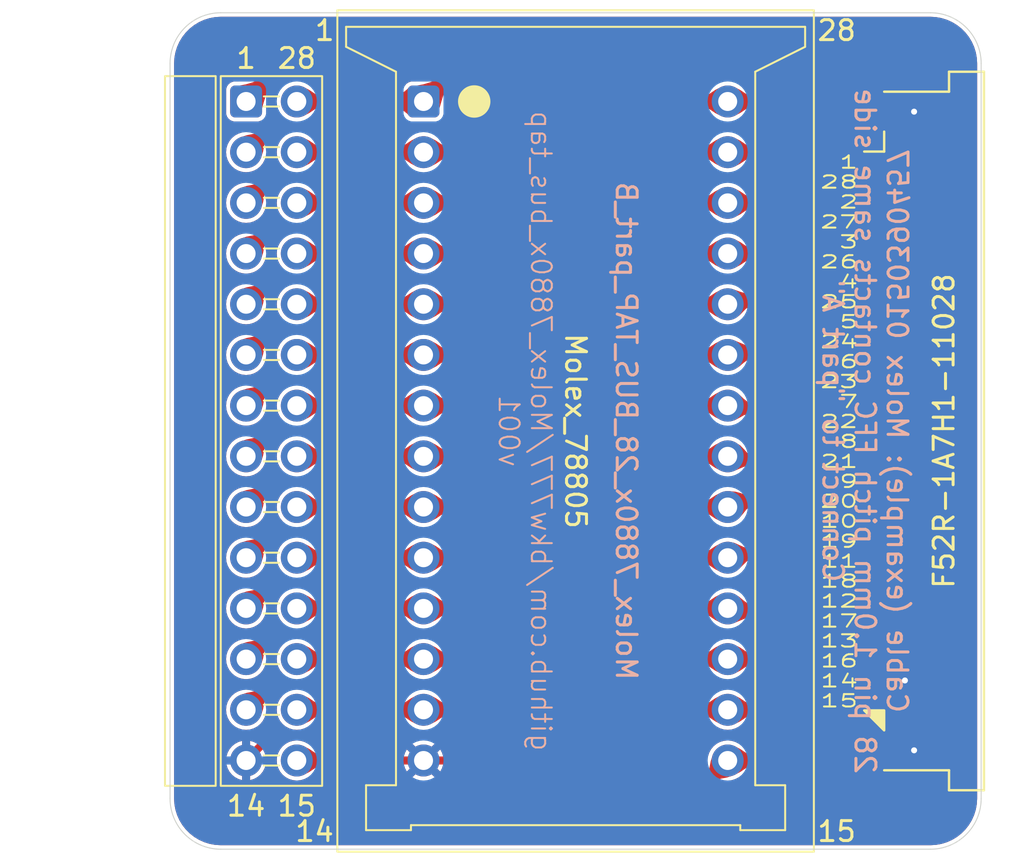
<source format=kicad_pcb>
(kicad_pcb (version 20240108) (generator "pcbnew") (generator_version "8.0")
  (title_block (title "Molex_7880x_28_BUS_TAP_part_B") (date "2024-07-30") (rev "001") (company "Brian K. White - b.kenyon.w@gmail.com") (comment 1 "CC-BY-SA") (comment 2 "github.com/bkw777/Molex_7880x_bus_tap"))
  (layers (0 "F.Cu" signal) (31 "B.Cu" signal) (34 "B.Paste" user) (35 "F.Paste" user) (36 "B.SilkS" user "B.Silkscreen") (37 "F.SilkS" user "F.Silkscreen") (38 "B.Mask" user) (39 "F.Mask" user) (44 "Edge.Cuts" user))
  (net 0 "")
  (net 1 "/22")
  (net 2 "/13")
  (net 3 "/4")
  (net 4 "GND")
  (net 5 "/21")
  (net 6 "/28")
  (net 7 "/17")
  (net 8 "/9")
  (net 9 "/2")
  (net 10 "/26")
  (net 11 "/11")
  (net 12 "/15")
  (net 13 "/27")
  (net 14 "/25")
  (net 15 "/18")
  (net 16 "/3")
  (net 17 "/6")
  (net 18 "/16")
  (net 19 "/1")
  (net 20 "/7")
  (net 21 "/24")
  (net 22 "/23")
  (net 23 "/19")
  (net 24 "/10")
  (net 25 "/5")
  (net 26 "/20")
  (net 27 "/8")
  (net 28 "/12")
  (footprint "000_LOCAL:Molex_78805" (layer "F.Cu") (at 142.38 95.555)
    (property "Reference" "J2" (hide yes))
    (property "Value" "Molex_78805" (at 0 0 -90) (layer "F.SilkS"))
    (fp_line (start -11.5 -20.25) (end -11.5 -19.250001) (stroke (width 0.1)) (layer "F.SilkS"))
    (fp_line (start -11.5 -20.25) (end 11.5 -20.25) (stroke (width 0.1)) (layer "F.SilkS"))
    (fp_line (start -11.5 -19.250001) (end -9 -18) (stroke (width 0.1)) (layer "F.SilkS"))
    (fp_line (start -10.5 17.75) (end -10.5 20) (stroke (width 0.1)) (layer "F.SilkS"))
    (fp_line (start -10.5 20) (end -8.25 20.000001) (stroke (width 0.1)) (layer "F.SilkS"))
    (fp_line (start -9 -18) (end -9 17.749999) (stroke (width 0.1)) (layer "F.SilkS"))
    (fp_line (start -9 17.749999) (end -10.5 17.75) (stroke (width 0.1)) (layer "F.SilkS"))
    (fp_line (start -8.25 19.75) (end 8.25 19.75) (stroke (width 0.1)) (layer "F.SilkS"))
    (fp_line (start -8.25 20.000001) (end -8.25 19.75) (stroke (width 0.1)) (layer "F.SilkS"))
    (fp_line (start 8.25 19.75) (end 8.25 20.000001) (stroke (width 0.1)) (layer "F.SilkS"))
    (fp_line (start 8.25 20.000001) (end 10.5 20) (stroke (width 0.1)) (layer "F.SilkS"))
    (fp_line (start 9 -18) (end 11.5 -19.250001) (stroke (width 0.1)) (layer "F.SilkS"))
    (fp_line (start 9 17.749999) (end 9 -18) (stroke (width 0.1)) (layer "F.SilkS"))
    (fp_line (start 10.5 17.75) (end 9 17.749999) (stroke (width 0.1)) (layer "F.SilkS"))
    (fp_line (start 10.5 20) (end 10.5 17.75) (stroke (width 0.1)) (layer "F.SilkS"))
    (fp_line (start 11.5 -20.25) (end 11.5 -19.250001) (stroke (width 0.1)) (layer "F.SilkS"))
    (fp_circle (center -5.079999 -16.51) (end -4.318 -16.51) (stroke (width 0.1)) (fill solid) (layer "F.SilkS"))
    (fp_poly (pts (xy -11.938 -21.082) (xy -11.938 21.082) (xy 11.938 21.082) (xy 11.938 -21.082)) (stroke (width 0.1)) (fill none) (layer "F.SilkS"))
    (pad "1" thru_hole roundrect (at -7.62 -16.51) (size 1.6 1.6) (drill 0.95) (layers "*.Cu" "*.Mask") (roundrect_rratio 0.15625) (net 19 "/1"))
    (pad "2" thru_hole circle (at -7.62 -13.97) (size 1.6 1.6) (drill 0.95) (layers "*.Cu" "*.Mask") (net 9 "/2"))
    (pad "3" thru_hole circle (at -7.62 -11.43) (size 1.6 1.6) (drill 0.95) (layers "*.Cu" "*.Mask") (net 16 "/3"))
    (pad "4" thru_hole circle (at -7.62 -8.89) (size 1.6 1.6) (drill 0.95) (layers "*.Cu" "*.Mask") (net 3 "/4"))
    (pad "5" thru_hole circle (at -7.62 -6.35) (size 1.6 1.6) (drill 0.95) (layers "*.Cu" "*.Mask") (net 25 "/5"))
    (pad "6" thru_hole circle (at -7.62 -3.81) (size 1.6 1.6) (drill 0.95) (layers "*.Cu" "*.Mask") (net 17 "/6"))
    (pad "7" thru_hole circle (at -7.62 -1.27) (size 1.6 1.6) (drill 0.95) (layers "*.Cu" "*.Mask") (net 20 "/7"))
    (pad "8" thru_hole circle (at -7.62 1.27) (size 1.6 1.6) (drill 0.95) (layers "*.Cu" "*.Mask") (net 27 "/8"))
    (pad "9" thru_hole circle (at -7.62 3.81) (size 1.6 1.6) (drill 0.95) (layers "*.Cu" "*.Mask") (net 8 "/9"))
    (pad "10" thru_hole circle (at -7.62 6.35) (size 1.6 1.6) (drill 0.95) (layers "*.Cu" "*.Mask") (net 24 "/10"))
    (pad "11" thru_hole circle (at -7.62 8.89) (size 1.6 1.6) (drill 0.95) (layers "*.Cu" "*.Mask") (net 11 "/11"))
    (pad "12" thru_hole circle (at -7.62 11.43) (size 1.6 1.6) (drill 0.95) (layers "*.Cu" "*.Mask") (net 28 "/12"))
    (pad "13" thru_hole circle (at -7.62 13.97) (size 1.6 1.6) (drill 0.95) (layers "*.Cu" "*.Mask") (net 2 "/13"))
    (pad "14" thru_hole circle (at -7.62 16.51) (size 1.6 1.6) (drill 0.95) (layers "*.Cu" "*.Mask") (net 4 "GND"))
    (pad "15" thru_hole circle (at 7.62 16.51) (size 1.6 1.6) (drill 0.95) (layers "*.Cu" "*.Mask") (net 12 "/15"))
    (pad "16" thru_hole circle (at 7.62 13.97) (size 1.6 1.6) (drill 0.95) (layers "*.Cu" "*.Mask") (net 18 "/16"))
    (pad "17" thru_hole circle (at 7.62 11.43) (size 1.6 1.6) (drill 0.95) (layers "*.Cu" "*.Mask") (net 7 "/17"))
    (pad "18" thru_hole circle (at 7.62 8.89) (size 1.6 1.6) (drill 0.95) (layers "*.Cu" "*.Mask") (net 15 "/18"))
    (pad "19" thru_hole circle (at 7.62 6.35) (size 1.6 1.6) (drill 0.95) (layers "*.Cu" "*.Mask") (net 23 "/19"))
    (pad "20" thru_hole circle (at 7.62 3.81) (size 1.6 1.6) (drill 0.95) (layers "*.Cu" "*.Mask") (net 26 "/20"))
    (pad "21" thru_hole circle (at 7.62 1.27) (size 1.6 1.6) (drill 0.95) (layers "*.Cu" "*.Mask") (net 5 "/21"))
    (pad "22" thru_hole circle (at 7.62 -1.27) (size 1.6 1.6) (drill 0.95) (layers "*.Cu" "*.Mask") (net 1 "/22"))
    (pad "23" thru_hole circle (at 7.62 -3.81) (size 1.6 1.6) (drill 0.95) (layers "*.Cu" "*.Mask") (net 22 "/23"))
    (pad "24" thru_hole circle (at 7.62 -6.35) (size 1.6 1.6) (drill 0.95) (layers "*.Cu" "*.Mask") (net 21 "/24"))
    (pad "25" thru_hole circle (at 7.62 -8.89) (size 1.6 1.6) (drill 0.95) (layers "*.Cu" "*.Mask") (net 14 "/25"))
    (pad "26" thru_hole circle (at 7.62 -11.43) (size 1.6 1.6) (drill 0.95) (layers "*.Cu" "*.Mask") (net 10 "/26"))
    (pad "27" thru_hole circle (at 7.62 -13.97) (size 1.6 1.6) (drill 0.95) (layers "*.Cu" "*.Mask") (net 13 "/27"))
    (pad "28" thru_hole circle (at 7.62 -16.51) (size 1.6 1.6) (drill 0.95) (layers "*.Cu" "*.Mask") (net 6 "/28"))
  )
  (footprint "000_LOCAL:F52R-1A7H1-11028" (layer "F.Cu") (at 158.340001 95.555 90)
    (property "Reference" "J1" (hide yes))
    (property "Value" "F52R-1A7H1-11028" (at 0 2.5 90) (layer "F.SilkS"))
    (fp_line (start 14 -1.5) (end 14 -0.5) (stroke (width 0.12)) (layer "F.SilkS"))
    (fp_line (start 17 -0.5) (end 17 2.75) (stroke (width 0.12)) (layer "F.SilkS"))
    (fp_line (start 15 -0.5) (end 14 -0.5) (stroke (width 0.12)) (layer "F.SilkS"))
    (fp_line (start -17 -0.5) (end -17 2.75) (stroke (width 0.12)) (layer "F.SilkS"))
    (fp_line (start 18 2.75) (end 18 4.5) (stroke (width 0.12)) (layer "F.SilkS"))
    (fp_line (start 17 2.75) (end 18 2.75) (stroke (width 0.12)) (layer "F.SilkS"))
    (fp_line (start -18 2.75) (end -17 2.75) (stroke (width 0.12)) (layer "F.SilkS"))
    (fp_line (start -18 2.75) (end -18 4.5) (stroke (width 0.12)) (layer "F.SilkS"))
    (fp_line (start -18 4.5) (end 18 4.5) (stroke (width 0.12)) (layer "F.SilkS"))
    (fp_poly (pts (xy -15 -0.5) (xy -14 -0.5) (xy -14 -1.5)) (stroke (width 0.12)) (fill solid) (layer "F.SilkS"))
    (pad "1" smd roundrect (at -13.5 -0.91 90) (size 0.4 1) (layers "F.Cu" "F.Paste" "F.Mask") (net 12 "/15"))
    (pad "2" smd roundrect (at -12.5 -0.91 90) (size 0.4 1) (layers "F.Cu" "F.Paste" "F.Mask") (net 4 "GND"))
    (pad "3" smd roundrect (at -11.5 -0.91 90) (size 0.4 1) (layers "F.Cu" "F.Paste" "F.Mask") (net 18 "/16"))
    (pad "4" smd roundrect (at -10.5 -0.91 90) (size 0.4 1) (layers "F.Cu" "F.Paste" "F.Mask") (net 2 "/13"))
    (pad "5" smd roundrect (at -9.5 -0.91 90) (size 0.4 1) (layers "F.Cu" "F.Paste" "F.Mask") (net 7 "/17"))
    (pad "6" smd roundrect (at -8.5 -0.91 90) (size 0.4 1) (layers "F.Cu" "F.Paste" "F.Mask") (net 28 "/12"))
    (pad "7" smd roundrect (at -7.5 -0.91 90) (size 0.4 1) (layers "F.Cu" "F.Paste" "F.Mask") (net 15 "/18"))
    (pad "8" smd roundrect (at -6.5 -0.91 90) (size 0.4 1) (layers "F.Cu" "F.Paste" "F.Mask") (net 11 "/11"))
    (pad "9" smd roundrect (at -5.5 -0.91 90) (size 0.4 1) (layers "F.Cu" "F.Paste" "F.Mask") (net 23 "/19"))
    (pad "10" smd roundrect (at -4.5 -0.91 90) (size 0.4 1) (layers "F.Cu" "F.Paste" "F.Mask") (net 24 "/10"))
    (pad "11" smd roundrect (at -3.5 -0.91 90) (size 0.4 1) (layers "F.Cu" "F.Paste" "F.Mask") (net 26 "/20"))
    (pad "12" smd roundrect (at -2.5 -0.91 90) (size 0.4 1) (layers "F.Cu" "F.Paste" "F.Mask") (net 8 "/9"))
    (pad "13" smd roundrect (at -1.5 -0.91 90) (size 0.4 1) (layers "F.Cu" "F.Paste" "F.Mask") (net 5 "/21"))
    (pad "14" smd roundrect (at -0.5 -0.91 90) (size 0.4 1) (layers "F.Cu" "F.Paste" "F.Mask") (net 27 "/8"))
    (pad "15" smd roundrect (at 0.5 -0.91 90) (size 0.4 1) (layers "F.Cu" "F.Paste" "F.Mask") (net 1 "/22"))
    (pad "16" smd roundrect (at 1.5 -0.91 90) (size 0.4 1) (layers "F.Cu" "F.Paste" "F.Mask") (net 20 "/7"))
    (pad "17" smd roundrect (at 2.5 -0.91 90) (size 0.4 1) (layers "F.Cu" "F.Paste" "F.Mask") (net 22 "/23"))
    (pad "18" smd roundrect (at 3.5 -0.91 90) (size 0.4 1) (layers "F.Cu" "F.Paste" "F.Mask") (net 17 "/6"))
    (pad "19" smd roundrect (at 4.5 -0.91 90) (size 0.4 1) (layers "F.Cu" "F.Paste" "F.Mask") (net 21 "/24"))
    (pad "20" smd roundrect (at 5.5 -0.91 90) (size 0.4 1) (layers "F.Cu" "F.Paste" "F.Mask") (net 25 "/5"))
    (pad "21" smd roundrect (at 6.5 -0.91 90) (size 0.4 1) (layers "F.Cu" "F.Paste" "F.Mask") (net 14 "/25"))
    (pad "22" smd roundrect (at 7.5 -0.91 90) (size 0.4 1) (layers "F.Cu" "F.Paste" "F.Mask") (net 3 "/4"))
    (pad "23" smd roundrect (at 8.5 -0.91 90) (size 0.4 1) (layers "F.Cu" "F.Paste" "F.Mask") (net 10 "/26"))
    (pad "24" smd roundrect (at 9.5 -0.91 90) (size 0.4 1) (layers "F.Cu" "F.Paste" "F.Mask") (net 16 "/3"))
    (pad "25" smd roundrect (at 10.5 -0.91 90) (size 0.4 1) (layers "F.Cu" "F.Paste" "F.Mask") (net 13 "/27"))
    (pad "26" smd roundrect (at 11.5 -0.91 90) (size 0.4 1) (layers "F.Cu" "F.Paste" "F.Mask") (net 9 "/2"))
    (pad "27" smd roundrect (at 12.5 -0.91 90) (size 0.4 1) (layers "F.Cu" "F.Paste" "F.Mask") (net 6 "/28"))
    (pad "28" smd roundrect (at 13.5 -0.91 90) (size 0.4 1) (layers "F.Cu" "F.Paste" "F.Mask") (net 19 "/1"))
    (pad "MP" smd roundrect (at -16 1 90) (size 1.75 3.5) (layers "F.Cu" "F.Paste" "F.Mask") (roundrect_rratio 0.1470588235) (net 4 "GND"))
    (pad "MP" smd roundrect (at 16 1 90) (size 1.75 3.5) (layers "F.Cu" "F.Paste" "F.Mask") (roundrect_rratio 0.1470588235) (net 4 "GND"))
  )
  (footprint "000_LOCAL:PinHeader_2x14_P2.54mm_LH" (layer "F.Cu") (at 125.870001 79.045001)
    (property "Reference" "J3" (hide yes))
    (property "Value" "2x14_2.54mm_male_pins_horizontal")
    (fp_line (start 0.888999 5.334) (end 1.651 5.334) (stroke (width 0.1)) (layer "F.SilkS"))
    (fp_line (start 0.888999 7.366) (end 1.651 7.366) (stroke (width 0.1)) (layer "F.SilkS"))
    (fp_line (start 0.888999 15.494) (end 1.651 15.494) (stroke (width 0.1)) (layer "F.SilkS"))
    (fp_line (start 0.888999 17.526) (end 1.651 17.526) (stroke (width 0.1)) (layer "F.SilkS"))
    (fp_line (start 0.888999 30.226) (end 1.651 30.226) (stroke (width 0.1)) (layer "F.SilkS"))
    (fp_line (start 0.889 -0.254) (end 1.651 -0.254) (stroke (width 0.1)) (layer "F.SilkS"))
    (fp_line (start 0.889 0.254) (end 1.651 0.254) (stroke (width 0.1)) (layer "F.SilkS"))
    (fp_line (start 0.889 2.286) (end 1.651 2.286) (stroke (width 0.1)) (layer "F.SilkS"))
    (fp_line (start 0.889 2.794) (end 1.651 2.794) (stroke (width 0.1)) (layer "F.SilkS"))
    (fp_line (start 0.889 4.826) (end 1.651 4.826) (stroke (width 0.1)) (layer "F.SilkS"))
    (fp_line (start 0.889 7.874) (end 1.651 7.874) (stroke (width 0.1)) (layer "F.SilkS"))
    (fp_line (start 0.889 9.906) (end 1.651 9.906) (stroke (width 0.1)) (layer "F.SilkS"))
    (fp_line (start 0.889 10.414) (end 1.651 10.414) (stroke (width 0.1)) (layer "F.SilkS"))
    (fp_line (start 0.889 12.446) (end 1.651 12.446) (stroke (width 0.1)) (layer "F.SilkS"))
    (fp_line (start 0.889 12.954) (end 1.651 12.954) (stroke (width 0.1)) (layer "F.SilkS"))
    (fp_line (start 0.889 14.986) (end 1.651 14.986) (stroke (width 0.1)) (layer "F.SilkS"))
    (fp_line (start 0.889 18.034) (end 1.651 18.034) (stroke (width 0.1)) (layer "F.SilkS"))
    (fp_line (start 0.889 20.066) (end 1.651 20.066) (stroke (width 0.1)) (layer "F.SilkS"))
    (fp_line (start 0.889 20.574) (end 1.651 20.574) (stroke (width 0.1)) (layer "F.SilkS"))
    (fp_line (start 0.889 22.606) (end 1.651 22.606) (stroke (width 0.1)) (layer "F.SilkS"))
    (fp_line (start 0.889 23.114) (end 1.651 23.114) (stroke (width 0.1)) (layer "F.SilkS"))
    (fp_line (start 0.889 25.146) (end 1.651 25.146) (stroke (width 0.1)) (layer "F.SilkS"))
    (fp_line (start 0.889 25.653999) (end 1.651 25.654) (stroke (width 0.1)) (layer "F.SilkS"))
    (fp_line (start 0.889 27.686) (end 1.651 27.686) (stroke (width 0.1)) (layer "F.SilkS"))
    (fp_line (start 0.889 28.194001) (end 1.651 28.194) (stroke (width 0.1)) (layer "F.SilkS"))
    (fp_line (start 0.889 30.734) (end 1.651 30.734) (stroke (width 0.1)) (layer "F.SilkS"))
    (fp_line (start 0.889 32.766) (end 1.651 32.766) (stroke (width 0.1)) (layer "F.SilkS"))
    (fp_line (start 0.889 33.274) (end 1.651 33.274) (stroke (width 0.1)) (layer "F.SilkS"))
    (fp_poly (pts (xy -4.064 -1.270001) (xy -4.063999 34.29) (xy -1.524 34.29) (xy -1.524 -1.27)) (stroke (width 0.1)) (fill none) (layer "F.SilkS"))
    (fp_poly (pts (xy -1.27 -1.27) (xy -1.27 34.29) (xy 3.81 34.29) (xy 3.81 -1.27)) (stroke (width 0.1)) (fill none) (layer "F.SilkS"))
    (pad "1" thru_hole roundrect (at 0 0) (size 1.6 1.6) (drill 0.95) (layers "*.Cu" "*.Mask") (roundrect_rratio 0.15625) (net 19 "/1"))
    (pad "2" thru_hole oval (at 2.54 0) (size 1.6 1.6) (drill 0.95) (layers "*.Cu" "*.Mask") (net 6 "/28"))
    (pad "3" thru_hole oval (at 0 2.54) (size 1.6 1.6) (drill 0.95) (layers "*.Cu" "*.Mask") (net 9 "/2"))
    (pad "4" thru_hole oval (at 2.54 2.54) (size 1.6 1.6) (drill 0.95) (layers "*.Cu" "*.Mask") (net 13 "/27"))
    (pad "5" thru_hole oval (at 0 5.079999) (size 1.6 1.6) (drill 0.95) (layers "*.Cu" "*.Mask") (net 16 "/3"))
    (pad "6" thru_hole oval (at 2.54 5.08) (size 1.6 1.6) (drill 0.95) (layers "*.Cu" "*.Mask") (net 10 "/26"))
    (pad "7" thru_hole oval (at 0 7.62) (size 1.6 1.6) (drill 0.95) (layers "*.Cu" "*.Mask") (net 3 "/4"))
    (pad "8" thru_hole oval (at 2.54 7.62) (size 1.6 1.6) (drill 0.95) (layers "*.Cu" "*.Mask") (net 14 "/25"))
    (pad "9" thru_hole oval (at 0 10.16) (size 1.6 1.6) (drill 0.95) (layers "*.Cu" "*.Mask") (net 25 "/5"))
    (pad "10" thru_hole oval (at 2.54 10.16) (size 1.6 1.6) (drill 0.95) (layers "*.Cu" "*.Mask") (net 21 "/24"))
    (pad "11" thru_hole oval (at 0 12.7) (size 1.6 1.6) (drill 0.95) (layers "*.Cu" "*.Mask") (net 17 "/6"))
    (pad "12" thru_hole oval (at 2.54 12.7) (size 1.6 1.6) (drill 0.95) (layers "*.Cu" "*.Mask") (net 22 "/23"))
    (pad "13" thru_hole oval (at 0 15.24) (size 1.6 1.6) (drill 0.95) (layers "*.Cu" "*.Mask") (net 20 "/7"))
    (pad "14" thru_hole oval (at 2.54 15.24) (size 1.6 1.6) (drill 0.95) (layers "*.Cu" "*.Mask") (net 1 "/22"))
    (pad "15" thru_hole oval (at 0 17.780001) (size 1.6 1.6) (drill 0.95) (layers "*.Cu" "*.Mask") (net 27 "/8"))
    (pad "16" thru_hole oval (at 2.54 17.78) (size 1.6 1.6) (drill 0.95) (layers "*.Cu" "*.Mask") (net 5 "/21"))
    (pad "17" thru_hole oval (at 0 20.32) (size 1.6 1.6) (drill 0.95) (layers "*.Cu" "*.Mask") (net 8 "/9"))
    (pad "18" thru_hole oval (at 2.54 20.32) (size 1.6 1.6) (drill 0.95) (layers "*.Cu" "*.Mask") (net 26 "/20"))
    (pad "19" thru_hole oval (at 0 22.86) (size 1.6 1.6) (drill 0.95) (layers "*.Cu" "*.Mask") (net 24 "/10"))
    (pad "20" thru_hole oval (at 2.54 22.86) (size 1.6 1.6) (drill 0.95) (layers "*.Cu" "*.Mask") (net 23 "/19"))
    (pad "21" thru_hole oval (at 0 25.4) (size 1.6 1.6) (drill 0.95) (layers "*.Cu" "*.Mask") (net 11 "/11"))
    (pad "22" thru_hole oval (at 2.54 25.4) (size 1.6 1.6) (drill 0.95) (layers "*.Cu" "*.Mask") (net 15 "/18"))
    (pad "23" thru_hole oval (at 0 27.939999) (size 1.6 1.6) (drill 0.95) (layers "*.Cu" "*.Mask") (net 28 "/12"))
    (pad "24" thru_hole oval (at 2.54 27.94) (size 1.6 1.6) (drill 0.95) (layers "*.Cu" "*.Mask") (net 7 "/17"))
    (pad "25" thru_hole oval (at 0 30.48) (size 1.6 1.6) (drill 0.95) (layers "*.Cu" "*.Mask") (net 2 "/13"))
    (pad "26" thru_hole oval (at 2.54 30.48) (size 1.6 1.6) (drill 0.95) (layers "*.Cu" "*.Mask") (net 18 "/16"))
    (pad "27" thru_hole oval (at 0 33.02) (size 1.6 1.6) (drill 0.95) (layers "*.Cu" "*.Mask") (net 4 "GND"))
    (pad "28" thru_hole oval (at 2.54 33.02) (size 1.6 1.6) (drill 0.95) (layers "*.Cu" "*.Mask") (net 12 "/15"))
  )
  (gr_line (start 162.700001 77.140002) (end 162.700001 113.970001) (stroke (width 0.05)) (layer "Edge.Cuts"))
  (gr_line (start 124.6 74.6) (end 160.160001 74.6) (stroke (width 0.05)) (layer "Edge.Cuts"))
  (gr_line (start 160.160001 116.510001) (end 124.600001 116.510001) (stroke (width 0.05)) (layer "Edge.Cuts"))
  (gr_arc (start 162.700001 113.970001) (mid 161.956052 115.766053) (end 160.160001 116.510001) (stroke (width 0.05)) (layer "Edge.Cuts"))
  (gr_arc (start 160.160001 74.6) (mid 161.956053 75.343949) (end 162.700001 77.140002) (stroke (width 0.05)) (layer "Edge.Cuts"))
  (gr_arc (start 124.600001 116.510001) (mid 122.803949 115.766053) (end 122.060001 113.970001) (stroke (width 0.05)) (layer "Edge.Cuts"))
  (gr_line (start 122.060001 113.970001) (end 122.060001 77.140002) (stroke (width 0.05)) (layer "Edge.Cuts"))
  (gr_arc (start 122.060001 77.140002) (mid 122.803949 75.34395) (end 124.6 74.6) (stroke (width 0.05)) (layer "Edge.Cuts"))
  (gr_text "${TITLE}" (at 144.920001 95.555 -90) (layer "B.SilkS") (effects (font (size 1 1)) (justify mirror)))
  (gr_text "${COMMENT2}\nv${REVISION}" (at 139.840001 95.555 270) (layer "B.SilkS") (effects (font (size 1 1) (thickness 0.1)) (justify mirror)))
  (gr_text "Cable (example): Molex 0150390457\n28 pin 1.0mm pitch FFC contacts same side\nConnect to {dblquote}part A{dblquote}" (at 156.88 95.555 270) (layer "B.SilkS") (effects (font (size 1 1)) (justify mirror)))
  (gr_text "1" (at 125.870001 76.886002 0) (layer "F.SilkS") (effects (font (size 1 1))))
  (gr_text "1\n28\n2\n27\n3\n26\n4\n25\n5\n24\n6\n23\n7\n22\n8\n21\n9\n20\n10\n19\n11\n18\n12\n17\n13\n16\n14\n15" (at 156.605 95.580002 0) (layer "F.SilkS") (effects (font (size 0.621 1) (thickness 0.1)) (justify right)))
  (gr_text "14" (at 129.299001 115.621002 0) (layer "F.SilkS") (effects (font (size 1 1))))
  (gr_text "15" (at 155.461001 115.621002 0) (layer "F.SilkS") (effects (font (size 1 1))))
  (gr_text "28" (at 128.410001 76.886 0) (layer "F.SilkS") (effects (font (size 1 1))))
  (gr_text "14" (at 125.870001 114.351001 0) (layer "F.SilkS") (effects (font (size 1 1))))
  (gr_text "15" (at 128.410001 114.351002 0) (layer "F.SilkS") (effects (font (size 1 1))))
  (gr_text "1" (at 129.807 75.489001 0) (layer "F.SilkS") (effects (font (size 1 1))))
  (gr_text "28" (at 155.461001 75.489001 0) (layer "F.SilkS") (effects (font (size 1 1))))
  (segment (start 151.270001 94.539) (end 150.254001 94.539002) (width 0.4) (layer "F.Cu") (net 1))
  (segment (start 141.617999 95.555001) (end 132.220001 95.555001) (width 0.4) (layer "F.Cu") (net 1))
  (segment (start 142.887999 94.285001) (end 141.617999 95.555001) (width 0.4) (layer "F.Cu") (net 1))
  (segment (start 151.786001 95.054999) (end 151.270001 94.539) (width 0.4) (layer "F.Cu") (net 1))
  (segment (start 130.95 94.285001) (end 128.410001 94.285001) (width 0.4) (layer "F.Cu") (net 1))
  (segment (start 150.000002 94.285001) (end 142.887999 94.285001) (width 0.4) (layer "F.Cu") (net 1))
  (segment (start 157.430002 95.055002) (end 151.786001 95.054999) (width 0.4) (layer "F.Cu") (net 1))
  (segment (start 132.220001 95.555001) (end 130.95 94.285001) (width 0.4) (layer "F.Cu") (net 1))
  (segment (start 150.254001 94.539002) (end 150.000002 94.285001) (width 0.4) (layer "F.Cu") (net 1))
  (segment (start 134.76 109.525) (end 134.760001 109.525001) (width 0.4) (layer "F.Cu") (net 2))
  (segment (start 127.140002 108.255002) (end 130.95 108.255002) (width 0.4) (layer "F.Cu") (net 2))
  (segment (start 145.682 109.525001) (end 146.951998 108.255003) (width 0.4) (layer "F.Cu") (net 2))
  (segment (start 146.951998 108.255003) (end 151.778001 108.255003) (width 0.4) (layer "F.Cu") (net 2))
  (segment (start 130.95 108.255002) (end 132.220002 109.525001) (width 0.4) (layer "F.Cu") (net 2))
  (segment (start 151.778001 108.255003) (end 153.978 106.054999) (width 0.4) (layer "F.Cu") (net 2))
  (segment (start 132.220002 109.525001) (end 134.759999 109.525001) (width 0.4) (layer "F.Cu") (net 2))
  (segment (start 134.759999 109.525001) (end 134.76 109.525) (width 0.4) (layer "F.Cu") (net 2))
  (segment (start 153.978 106.054999) (end 157.430001 106.055001) (width 0.4) (layer "F.Cu") (net 2))
  (segment (start 125.870002 109.525001) (end 127.140002 108.255002) (width 0.4) (layer "F.Cu") (net 2))
  (segment (start 134.760001 109.525001) (end 145.682 109.525001) (width 0.4) (layer "F.Cu") (net 2))
  (segment (start 151.905001 85.395001) (end 154.565002 88.055002) (width 0.4) (layer "F.Cu") (net 3))
  (segment (start 134.760001 86.665001) (end 138.951 86.665001) (width 0.4) (layer "F.Cu") (net 3))
  (segment (start 134.76 86.665) (end 134.760001 86.665001) (width 0.4) (layer "F.Cu") (net 3))
  (segment (start 154.565002 88.055002) (end 157.430001 88.055001) (width 0.4) (layer "F.Cu") (net 3))
  (segment (start 132.220002 86.665001) (end 134.759999 86.665001) (width 0.4) (layer "F.Cu") (net 3))
  (segment (start 125.870002 86.665001) (end 127.140002 85.395002) (width 0.4) (layer "F.Cu") (net 3))
  (segment (start 127.140002 85.395002) (end 130.95 85.395002) (width 0.4) (layer "F.Cu") (net 3))
  (segment (start 138.951 86.665001) (end 140.221 85.395001) (width 0.4) (layer "F.Cu") (net 3))
  (segment (start 140.221 85.395001) (end 151.905001 85.395001) (width 0.4) (layer "F.Cu") (net 3))
  (segment (start 130.95 85.395002) (end 132.220002 86.665001) (width 0.4) (layer "F.Cu") (net 3))
  (segment (start 134.759999 86.665001) (end 134.76 86.665) (width 0.4) (layer "F.Cu") (net 3))
  (segment (start 154.772001 108.054999) (end 157.430002 108.055001) (width 0.4) (layer "F.Cu") (net 4))
  (segment (start 125.87 112.065) (end 127.140002 110.795001) (width 0.4) (layer "F.Cu") (net 4))
  (segment (start 130.95 110.795001) (end 132.220002 112.065) (width 0.4) (layer "F.Cu") (net 4))
  (segment (start 147.714 110.795001) (end 152.032002 110.795001) (width 0.4) (layer "F.Cu") (net 4))
  (segment (start 146.444001 112.065) (end 147.714 110.795001) (width 0.4) (layer "F.Cu") (net 4))
  (segment (start 152.032002 110.795001) (end 154.772001 108.054999) (width 0.4) (layer "F.Cu") (net 4))
  (segment (start 132.220002 112.065) (end 134.76 112.065) (width 0.4) (layer "F.Cu") (net 4))
  (segment (start 127.140002 110.795001) (end 130.95 110.795001) (width 0.4) (layer "F.Cu") (net 4))
  (segment (start 146.444001 112.065) (end 134.76 112.065) (width 0.4) (layer "F.Cu") (net 4))
  (via (at 159.340001 79.555002) (size 0.5) (drill 0.3) (layers "F.Cu" "B.Cu") (net 4))
  (via (at 158.880003 108.055001) (size 0.5) (drill 0.3) (layers "F.Cu" "B.Cu") (net 4))
  (via (at 159.340001 111.555002) (size 0.5) (drill 0.3) (layers "F.Cu" "B.Cu") (net 4))
  (segment (start 157.430001 97.055001) (end 150.230001 97.055002) (width 0.4) (layer "F.Cu") (net 5))
  (segment (start 142.379999 98.095001) (end 132.220002 98.095001) (width 0.4) (layer "F.Cu") (net 5))
  (segment (start 150.000002 96.825002) (end 143.649998 96.825002) (width 0.4) (layer "F.Cu") (net 5))
  (segment (start 150.230001 97.055002) (end 150.000002 96.825002) (width 0.4) (layer "F.Cu") (net 5))
  (segment (start 130.950001 96.825001) (end 128.410001 96.825002) (width 0.4) (layer "F.Cu") (net 5))
  (segment (start 143.649998 96.825002) (end 142.379999 98.095001) (width 0.4) (layer "F.Cu") (net 5))
  (segment (start 132.220002 98.095001) (end 130.950001 96.825001) (width 0.4) (layer "F.Cu") (net 5))
  (segment (start 137.045998 80.315002) (end 132.220002 80.315002) (width 0.4) (layer "F.Cu") (net 6))
  (segment (start 157.430002 83.054999) (end 156.550002 83.055001) (width 0.4) (layer "F.Cu") (net 6))
  (segment (start 156.550002 83.055001) (end 152.54 79.045) (width 0.4) (layer "F.Cu") (net 6))
  (segment (start 132.220002 80.315002) (end 130.950001 79.045002) (width 0.4) (layer "F.Cu") (net 6))
  (segment (start 138.315998 79.045002) (end 137.045998 80.315002) (width 0.4) (layer "F.Cu") (net 6))
  (segment (start 150.000002 79.045002) (end 138.315998 79.045002) (width 0.4) (layer "F.Cu") (net 6))
  (segment (start 152.54 79.045) (end 150.000002 79.045002) (width 0.4) (layer "F.Cu") (net 6))
  (segment (start 130.950001 79.045002) (end 128.410001 79.045002) (width 0.4) (layer "F.Cu") (net 6))
  (segment (start 153.581001 105.055002) (end 151.651001 106.985002) (width 0.4) (layer "F.Cu") (net 7))
  (segment (start 132.220001 108.255001) (end 130.95 106.985) (width 0.4) (layer "F.Cu") (net 7))
  (segment (start 157.430001 105.055002) (end 153.581001 105.055002) (width 0.4) (layer "F.Cu") (net 7))
  (segment (start 145.300999 108.255001) (end 132.220001 108.255001) (width 0.4) (layer "F.Cu") (net 7))
  (segment (start 151.651001 106.985002) (end 150.000002 106.985) (width 0.4) (layer "F.Cu") (net 7))
  (segment (start 146.571 106.985) (end 145.300999 108.255001) (width 0.4) (layer "F.Cu") (net 7))
  (segment (start 150.000002 106.985) (end 146.571 106.985) (width 0.4) (layer "F.Cu") (net 7))
  (segment (start 130.95 106.985) (end 128.410001 106.985) (width 0.4) (layer "F.Cu") (net 7))
  (segment (start 157.430001 98.055001) (end 150.830001 98.055) (width 0.4) (layer "F.Cu") (net 8))
  (segment (start 127.140003 98.095001) (end 125.87 99.365001) (width 0.4) (layer "F.Cu") (net 8))
  (segment (start 142.760999 99.365001) (end 134.760001 99.365001) (width 0.4) (layer "F.Cu") (net 8))
  (segment (start 144.030999 98.095001) (end 142.760999 99.365001) (width 0.4) (layer "F.Cu") (net 8))
  (segment (start 130.950001 98.095) (end 127.140003 98.095001) (width 0.4) (layer "F.Cu") (net 8))
  (segment (start 132.220001 99.365) (end 130.950001 98.095) (width 0.4) (layer "F.Cu") (net 8))
  (segment (start 150.790001 98.095001) (end 144.030999 98.095001) (width 0.4) (layer "F.Cu") (net 8))
  (segment (start 150.830001 98.055) (end 150.790001 98.095001) (width 0.4) (layer "F.Cu") (net 8))
  (segment (start 134.760001 99.365001) (end 132.220001 99.365) (width 0.4) (layer "F.Cu") (net 8))
  (segment (start 132.220002 81.585001) (end 134.759999 81.585001) (width 0.4) (layer "F.Cu") (net 9))
  (segment (start 137.427 81.585001) (end 134.760001 81.585001) (width 0.4) (layer "F.Cu") (net 9))
  (segment (start 134.760001 81.585001) (end 134.76 81.585) (width 0.4) (layer "F.Cu") (net 9))
  (segment (start 127.140002 80.315002) (end 125.870002 81.585001) (width 0.4) (layer "F.Cu") (net 9))
  (segment (start 152.413001 80.315002) (end 138.696999 80.315002) (width 0.4) (layer "F.Cu") (net 9))
  (segment (start 156.153001 84.055002) (end 152.413001 80.315002) (width 0.4) (layer "F.Cu") (net 9))
  (segment (start 157.430001 84.055001) (end 156.153001 84.055002) (width 0.4) (layer "F.Cu") (net 9))
  (segment (start 134.759999 81.585001) (end 134.76 81.585) (width 0.4) (layer "F.Cu") (net 9))
  (segment (start 138.696999 80.315002) (end 137.427 81.585001) (width 0.4) (layer "F.Cu") (net 9))
  (segment (start 130.950001 80.315001) (end 127.140002 80.315002) (width 0.4) (layer "F.Cu") (net 9))
  (segment (start 132.220002 81.585001) (end 130.950001 80.315001) (width 0.4) (layer "F.Cu") (net 9))
  (segment (start 139.84 84.125) (end 138.569999 85.395001) (width 0.4) (layer "F.Cu") (net 10))
  (segment (start 139.84 84.125) (end 150 84.125) (width 0.4) (layer "F.Cu") (net 10))
  (segment (start 138.569999 85.395001) (end 132.220001 85.395001) (width 0.4) (layer "F.Cu") (net 10))
  (segment (start 130.95 84.125) (end 128.410001 84.125) (width 0.4) (layer "F.Cu") (net 10))
  (segment (start 132.220001 85.395001) (end 130.95 84.125) (width 0.4) (layer "F.Cu") (net 10))
  (segment (start 157.430002 87.055001) (end 154.962 87.055001) (width 0.4) (layer "F.Cu") (net 10))
  (segment (start 152.032002 84.125) (end 150 84.125) (width 0.4) (layer "F.Cu") (net 10))
  (segment (start 154.962 87.055001) (end 152.032002 84.125) (width 0.4) (layer "F.Cu") (net 10))
  (segment (start 125.870002 104.445001) (end 127.140002 103.175002) (width 0.4) (layer "F.Cu") (net 11))
  (segment (start 134.760001 104.445001) (end 144.284999 104.445001) (width 0.4) (layer "F.Cu") (net 11))
  (segment (start 145.554999 103.175001) (end 151.079501 103.175001) (width 0.4) (layer "F.Cu") (net 11))
  (segment (start 134.759999 104.445001) (end 134.76 104.445) (width 0.4) (layer "F.Cu") (net 11))
  (segment (start 152.199501 102.055001) (end 157.430001 102.055001) (width 0.4) (layer "F.Cu") (net 11))
  (segment (start 127.140002 103.175002) (end 130.950001 103.175001) (width 0.4) (layer "F.Cu") (net 11))
  (segment (start 134.76 104.445) (end 134.760001 104.445001) (width 0.4) (layer "F.Cu") (net 11))
  (segment (start 130.950001 103.175001) (end 132.220002 104.445001) (width 0.4) (layer "F.Cu") (net 11))
  (segment (start 144.284999 104.445001) (end 145.554999 103.175001) (width 0.4) (layer "F.Cu") (net 11))
  (segment (start 132.220002 104.445001) (end 134.759999 104.445001) (width 0.4) (layer "F.Cu") (net 11))
  (segment (start 151.079501 103.175001) (end 152.199501 102.055001) (width 0.4) (layer "F.Cu") (net 11))
  (segment (start 155.169001 109.055001) (end 152.159001 112.065) (width 0.4) (layer "F.Cu") (net 12))
  (segment (start 150 112.065) (end 148.729998 113.335002) (width 0.4) (layer "F.Cu") (net 12))
  (segment (start 152.159001 112.065) (end 150 112.065) (width 0.4) (layer "F.Cu") (net 12))
  (segment (start 132.220002 113.335002) (end 130.950001 112.065002) (width 0.4) (layer "F.Cu") (net 12))
  (segment (start 157.430001 109.055002) (end 155.169001 109.055001) (width 0.4) (layer "F.Cu") (net 12))
  (segment (start 130.950001 112.065002) (end 128.410001 112.065) (width 0.4) (layer "F.Cu") (net 12))
  (segment (start 148.729998 113.335002) (end 132.220002 113.335002) (width 0.4) (layer "F.Cu") (net 12))
  (segment (start 150.000001 81.585001) (end 150 81.585) (width 0.4) (layer "F.Cu") (net 13))
  (segment (start 139.077999 81.585001) (end 137.808 82.855) (width 0.4) (layer "F.Cu") (net 13))
  (segment (start 152.286001 81.585001) (end 150.000001 81.585001) (width 0.4) (layer "F.Cu") (net 13))
  (segment (start 155.756001 85.055001) (end 152.286001 81.585001) (width 0.4) (layer "F.Cu") (net 13))
  (segment (start 137.808 82.855) (end 132.220001 82.855) (width 0.4) (layer "F.Cu") (net 13))
  (segment (start 132.220001 82.855) (end 130.950001 81.585) (width 0.4) (layer "F.Cu") (net 13))
  (segment (start 149.999999 81.585001) (end 150 81.585) (width 0.4) (layer "F.Cu") (net 13))
  (segment (start 139.077999 81.585001) (end 149.999999 81.585001) (width 0.4) (layer "F.Cu") (net 13))
  (segment (start 130.950001 81.585) (end 128.410001 81.585001) (width 0.4) (layer "F.Cu") (net 13))
  (segment (start 157.430001 85.055) (end 155.756001 85.055001) (width 0.4) (layer "F.Cu") (net 13))
  (segment (start 154.168001 89.054998) (end 151.778001 86.665001) (width 0.4) (layer "F.Cu") (net 14))
  (segment (start 151.778001 86.665001) (end 151.778 86.665) (width 0.4) (layer "F.Cu") (net 14))
  (segment (start 130.950001 86.665001) (end 128.410001 86.664999) (width 0.4) (layer "F.Cu") (net 14))
  (segment (start 139.331999 87.935001) (end 132.220002 87.935001) (width 0.4) (layer "F.Cu") (net 14))
  (segment (start 157.430001 89.055) (end 154.168001 89.054998) (width 0.4) (layer "F.Cu") (net 14))
  (segment (start 132.220002 87.935001) (end 130.950001 86.665001) (width 0.4) (layer "F.Cu") (net 14))
  (segment (start 149.999999 86.665001) (end 150 86.665) (width 0.4) (layer "F.Cu") (net 14))
  (segment (start 140.601999 86.665001) (end 149.999999 86.665001) (width 0.4) (layer "F.Cu") (net 14))
  (segment (start 151.778 86.665) (end 150 86.665) (width 0.4) (layer "F.Cu") (net 14))
  (segment (start 140.601999 86.665001) (end 139.331999 87.935001) (width 0.4) (layer "F.Cu") (net 14))
  (segment (start 152.660001 103.055001) (end 151.270001 104.445001) (width 0.4) (layer "F.Cu") (net 15))
  (segment (start 151.270001 104.445001) (end 150.000001 104.445001) (width 0.4) (layer "F.Cu") (net 15))
  (segment (start 145.809 104.445001) (end 144.539001 105.715) (width 0.4) (layer "F.Cu") (net 15))
  (segment (start 132.220001 105.715) (end 130.95 104.445001) (width 0.4) (layer "F.Cu") (net 15))
  (segment (start 149.999999 104.445001) (end 150 104.445) (width 0.4) (layer "F.Cu") (net 15))
  (segment (start 150.000001 104.445001) (end 150 104.445) (width 0.4) (layer "F.Cu") (net 15))
  (segment (start 157.43 103.055001) (end 152.660001 103.055001) (width 0.4) (layer "F.Cu") (net 15))
  (segment (start 144.539001 105.715) (end 132.220001 105.715) (width 0.4) (layer "F.Cu") (net 15))
  (segment (start 130.95 104.445001) (end 128.410001 104.445001) (width 0.4) (layer "F.Cu") (net 15))
  (segment (start 145.809 104.445001) (end 149.999999 104.445001) (width 0.4) (layer "F.Cu") (net 15))
  (segment (start 134.760001 84.125) (end 132.220001 84.125002) (width 0.4) (layer "F.Cu") (net 16))
  (segment (start 155.359 86.055002) (end 152.159001 82.855001) (width 0.4) (layer "F.Cu") (net 16))
  (segment (start 130.950001 82.855002) (end 127.140002 82.855001) (width 0.4) (layer "F.Cu") (net 16))
  (segment (start 132.220001 84.125002) (end 130.950001 82.855002) (width 0.4) (layer "F.Cu") (net 16))
  (segment (start 157.430001 86.055002) (end 155.359 86.055002) (width 0.4) (layer "F.Cu") (net 16))
  (segment (start 138.189 84.125) (end 134.760001 84.125) (width 0.4) (layer "F.Cu") (net 16))
  (segment (start 152.159001 82.855001) (end 139.458999 82.855001) (width 0.4) (layer "F.Cu") (net 16))
  (segment (start 127.140002 82.855001) (end 125.870001 84.125002) (width 0.4) (layer "F.Cu") (net 16))
  (segment (start 139.458999 82.855001) (end 138.189 84.125) (width 0.4) (layer "F.Cu") (net 16))
  (segment (start 152.977002 92.055001) (end 157.430002 92.055001) (width 0.4) (layer "F.Cu") (net 17))
  (segment (start 134.760001 91.745002) (end 140.474998 91.745002) (width 0.4) (layer "F.Cu") (net 17))
  (segment (start 130.950001 90.475001) (end 132.220001 91.745001) (width 0.4) (layer "F.Cu") (net 17))
  (segment (start 132.220001 91.745001) (end 134.760001 91.745002) (width 0.4) (layer "F.Cu") (net 17))
  (segment (start 141.744998 90.475002) (end 151.397001 90.475002) (width 0.4) (layer "F.Cu") (net 17))
  (segment (start 151.397001 90.475002) (end 152.977002 92.055001) (width 0.4) (layer "F.Cu") (net 17))
  (segment (start 125.870001 91.745001) (end 127.140001 90.475001) (width 0.4) (layer "F.Cu") (net 17))
  (segment (start 127.140001 90.475001) (end 130.950001 90.475001) (width 0.4) (layer "F.Cu") (net 17))
  (segment (start 140.474998 91.745002) (end 141.744998 90.475002) (width 0.4) (layer "F.Cu") (net 17))
  (segment (start 147.333 109.525001) (end 146.063 110.795001) (width 0.4) (layer "F.Cu") (net 18))
  (segment (start 154.375001 107.055) (end 151.905002 109.525001) (width 0.4) (layer "F.Cu") (net 18))
  (segment (start 147.333 109.525001) (end 149.999999 109.525001) (width 0.4) (layer "F.Cu") (net 18))
  (segment (start 146.063 110.795001) (end 132.220002 110.795001) (width 0.4) (layer "F.Cu") (net 18))
  (segment (start 150.000001 109.525001) (end 150 109.525) (width 0.4) (layer "F.Cu") (net 18))
  (segment (start 149.999999 109.525001) (end 150 109.525) (width 0.4) (layer "F.Cu") (net 18))
  (segment (start 151.905002 109.525001) (end 150.000001 109.525001) (width 0.4) (layer "F.Cu") (net 18))
  (segment (start 132.220002 110.795001) (end 130.950001 109.525001) (width 0.4) (layer "F.Cu") (net 18))
  (segment (start 157.430001 107.055001) (end 154.375001 107.055) (width 0.4) (layer "F.Cu") (net 18))
  (segment (start 130.950001 109.525001) (end 128.410001 109.524999) (width 0.4) (layer "F.Cu") (net 18))
  (segment (start 125.870001 79.045001) (end 127.140002 77.775) (width 0.4) (layer "F.Cu") (net 19))
  (segment (start 132.220001 79.045001) (end 134.760001 79.045002) (width 0.4) (layer "F.Cu") (net 19))
  (segment (start 134.760001 79.045002) (end 134.760001 79.044999) (width 0.4) (layer "F.Cu") (net 19))
  (segment (start 156.947 82.055) (end 157.430001 82.055002) (width 0.4) (layer "F.Cu") (net 19))
  (segment (start 134.760001 79.044999) (end 136.03 77.775) (width 0.4) (layer "F.Cu") (net 19))
  (segment (start 130.95 77.775) (end 132.220001 79.045001) (width 0.4) (layer "F.Cu") (net 19))
  (segment (start 152.667 77.775) (end 156.947 82.055) (width 0.4) (layer "F.Cu") (net 19))
  (segment (start 136.03 77.775) (end 152.667 77.775) (width 0.4) (layer "F.Cu") (net 19))
  (segment (start 127.140002 77.775) (end 130.95 77.775) (width 0.4) (layer "F.Cu") (net 19))
  (segment (start 141.237 94.285001) (end 142.507 93.015001) (width 0.4) (layer "F.Cu") (net 20))
  (segment (start 127.140002 93.015001) (end 130.95 93.015001) (width 0.4) (layer "F.Cu") (net 20))
  (segment (start 134.759999 94.285001) (end 134.76 94.285) (width 0.4) (layer "F.Cu") (net 20))
  (segment (start 134.760001 94.285001) (end 141.237 94.285001) (width 0.4) (layer "F.Cu") (net 20))
  (segment (start 151.143001 93.015001) (end 152.183001 94.055001) (width 0.4) (layer "F.Cu") (net 20))
  (segment (start 132.220002 94.285001) (end 134.759999 94.285001) (width 0.4) (layer "F.Cu") (net 20))
  (segment (start 134.76 94.285) (end 134.760001 94.285001) (width 0.4) (layer "F.Cu") (net 20))
  (segment (start 125.870001 94.285002) (end 127.140002 93.015001) (width 0.4) (layer "F.Cu") (net 20))
  (segment (start 152.183001 94.055001) (end 157.430001 94.055) (width 0.4) (layer "F.Cu") (net 20))
  (segment (start 142.507 93.015001) (end 151.143001 93.015001) (width 0.4) (layer "F.Cu") (net 20))
  (segment (start 130.95 93.015001) (end 132.220002 94.285001) (width 0.4) (layer "F.Cu") (net 20))
  (segment (start 140.094 90.475002) (end 132.220002 90.475002) (width 0.4) (layer "F.Cu") (net 21))
  (segment (start 157.430001 91.055002) (end 153.374001 91.055002) (width 0.4) (layer "F.Cu") (net 21))
  (segment (start 153.374001 91.055002) (end 151.524001 89.205002) (width 0.4) (layer "F.Cu") (net 21))
  (segment (start 151.524001 89.205002) (end 150.000003 89.205) (width 0.4) (layer "F.Cu") (net 21))
  (segment (start 150.000003 89.205) (end 141.364002 89.205) (width 0.4) (layer "F.Cu") (net 21))
  (segment (start 132.220002 90.475002) (end 130.950001 89.205002) (width 0.4) (layer "F.Cu") (net 21))
  (segment (start 130.950001 89.205002) (end 128.410001 89.205) (width 0.4) (layer "F.Cu") (net 21))
  (segment (start 141.364002 89.205) (end 140.094 90.475002) (width 0.4) (layer "F.Cu") (net 21))
  (segment (start 142.125999 91.745002) (end 140.856 93.015001) (width 0.4) (layer "F.Cu") (net 22))
  (segment (start 151.270001 91.745002) (end 150.000002 91.745002) (width 0.4) (layer "F.Cu") (net 22))
  (segment (start 157.430001 93.055001) (end 152.580002 93.055) (width 0.4) (layer "F.Cu") (net 22))
  (segment (start 132.220002 93.015001) (end 130.950001 91.745003) (width 0.4) (layer "F.Cu") (net 22))
  (segment (start 150.000002 91.745002) (end 150 91.745) (width 0.4) (layer "F.Cu") (net 22))
  (segment (start 142.125999 91.745002) (end 149.999998 91.745002) (width 0.4) (layer "F.Cu") (net 22))
  (segment (start 130.950001 91.745003) (end 128.410001 91.745002) (width 0.4) (layer "F.Cu") (net 22))
  (segment (start 149.999998 91.745002) (end 150 91.745) (width 0.4) (layer "F.Cu") (net 22))
  (segment (start 152.580002 93.055) (end 151.270001 91.745002) (width 0.4) (layer "F.Cu") (net 22))
  (segment (start 140.856 93.015001) (end 132.220002 93.015001) (width 0.4) (layer "F.Cu") (net 22))
  (segment (start 157.430002 101.055001) (end 151.739001 101.055001) (width 0.4) (layer "F.Cu") (net 23))
  (segment (start 151.143001 101.650998) (end 150.254001 101.651) (width 0.4) (layer "F.Cu") (net 23))
  (segment (start 145.173998 101.905002) (end 143.903998 103.175002) (width 0.4) (layer "F.Cu") (net 23))
  (segment (start 150.000002 101.905002) (end 145.173998 101.905002) (width 0.4) (layer "F.Cu") (net 23))
  (segment (start 143.903998 103.175002) (end 132.220002 103.175002) (width 0.4) (layer "F.Cu") (net 23))
  (segment (start 132.220002 103.175002) (end 130.95 101.905002) (width 0.4) (layer "F.Cu") (net 23))
  (segment (start 151.739001 101.055001) (end 151.143001 101.650998) (width 0.4) (layer "F.Cu") (net 23))
  (segment (start 130.95 101.905002) (end 128.410001 101.905002) (width 0.4) (layer "F.Cu") (net 23))
  (segment (start 150.254001 101.651) (end 150.000002 101.905002) (width 0.4) (layer "F.Cu") (net 23))
  (segment (start 143.522998 101.905002) (end 144.792998 100.635002) (width 0.4) (layer "F.Cu") (net 24))
  (segment (start 134.760001 101.905002) (end 143.522998 101.905002) (width 0.4) (layer "F.Cu") (net 24))
  (segment (start 132.220001 101.905001) (end 134.760001 101.905002) (width 0.4) (layer "F.Cu") (net 24))
  (segment (start 150.762001 100.635002) (end 151.342001 100.055002) (width 0.4) (layer "F.Cu") (net 24))
  (segment (start 130.95 100.635) (end 132.220001 101.905001) (width 0.4) (layer "F.Cu") (net 24))
  (segment (start 125.870001 101.905001) (end 127.140002 100.635) (width 0.4) (layer "F.Cu") (net 24))
  (segment (start 151.342001 100.055002) (end 157.430001 100.055002) (width 0.4) (layer "F.Cu") (net 24))
  (segment (start 144.792998 100.635002) (end 150.762001 100.635002) (width 0.4) (layer "F.Cu") (net 24))
  (segment (start 127.140002 100.635) (end 130.95 100.635) (width 0.4) (layer "F.Cu") (net 24))
  (segment (start 140.982999 87.935001) (end 151.651 87.935001) (width 0.4) (layer "F.Cu") (net 25))
  (segment (start 134.76 89.205) (end 139.713 89.205) (width 0.4) (layer "F.Cu") (net 25))
  (segment (start 151.651 87.935001) (end 153.771001 90.055001) (width 0.4) (layer "F.Cu") (net 25))
  (segment (start 127.140002 87.935001) (end 130.95 87.935001) (width 0.4) (layer "F.Cu") (net 25))
  (segment (start 130.95 87.935001) (end 132.220002 89.205) (width 0.4) (layer "F.Cu") (net 25))
  (segment (start 139.713 89.205) (end 140.982999 87.935001) (width 0.4) (layer "F.Cu") (net 25))
  (segment (start 125.87 89.205) (end 127.140002 87.935001) (width 0.4) (layer "F.Cu") (net 25))
  (segment (start 153.771001 90.055001) (end 157.430002 90.055001) (width 0.4) (layer "F.Cu") (net 25))
  (segment (start 132.220002 89.205) (end 134.76 89.205) (width 0.4) (layer "F.Cu") (net 25))
  (segment (start 130.950001 99.365002) (end 128.410001 99.365001) (width 0.4) (layer "F.Cu") (net 26))
  (segment (start 157.430002 99.055001) (end 150.310001 99.055001) (width 0.4) (layer "F.Cu") (net 26))
  (segment (start 132.220001 100.635002) (end 130.950001 99.365002) (width 0.4) (layer "F.Cu") (net 26))
  (segment (start 144.411999 99.365001) (end 143.141998 100.635002) (width 0.4) (layer "F.Cu") (net 26))
  (segment (start 143.141998 100.635002) (end 132.220001 100.635002) (width 0.4) (layer "F.Cu") (net 26))
  (segment (start 150.000002 99.365001) (end 144.411999 99.365001) (width 0.4) (layer "F.Cu") (net 26))
  (segment (start 150.310001 99.055001) (end 150.000002 99.365001) (width 0.4) (layer "F.Cu") (net 26))
  (segment (start 125.870001 96.825003) (end 127.140002 95.555002) (width 0.4) (layer "F.Cu") (net 27))
  (segment (start 151.3 96.055001) (end 157.430001 96.055002) (width 0.4) (layer "F.Cu") (net 27))
  (segment (start 141.935501 96.824999) (end 143.205499 95.555001) (width 0.4) (layer "F.Cu") (net 27))
  (segment (start 143.205499 95.555001) (end 150.800001 95.555001) (width 0.4) (layer "F.Cu") (net 27))
  (segment (start 150.800001 95.555001) (end 151.3 96.055001) (width 0.4) (layer "F.Cu") (net 27))
  (segment (start 130.950001 95.555002) (end 132.220002 96.825002) (width 0.4) (layer "F.Cu") (net 27))
  (segment (start 134.760001 96.824999) (end 141.935501 96.824999) (width 0.4) (layer "F.Cu") (net 27))
  (segment (start 132.220002 96.825002) (end 134.760001 96.824999) (width 0.4) (layer "F.Cu") (net 27))
  (segment (start 127.140002 95.555002) (end 130.950001 95.555002) (width 0.4) (layer "F.Cu") (net 27))
  (segment (start 153.184002 104.055002) (end 157.430002 104.055002) (width 0.4) (layer "F.Cu") (net 28))
  (segment (start 125.870001 106.985002) (end 127.140003 105.715) (width 0.4) (layer "F.Cu") (net 28))
  (segment (start 151.524001 105.715002) (end 153.184002 104.055002) (width 0.4) (layer "F.Cu") (net 28))
  (segment (start 144.920001 106.985) (end 146.189999 105.715002) (width 0.4) (layer "F.Cu") (net 28))
  (segment (start 134.760001 106.985) (end 144.920001 106.985) (width 0.4) (layer "F.Cu") (net 28))
  (segment (start 146.189999 105.715002) (end 151.524001 105.715002) (width 0.4) (layer "F.Cu") (net 28))
  (segment (start 127.140003 105.715) (end 130.950001 105.715002) (width 0.4) (layer "F.Cu") (net 28))
  (segment (start 132.220001 106.985002) (end 134.760001 106.985) (width 0.4) (layer "F.Cu") (net 28))
  (segment (start 130.950001 105.715002) (end 132.220001 106.985002) (width 0.4) (layer "F.Cu") (net 28))
  (zone (net 4) (net_name "GND") (layers "F&B.Cu") (connect_pads (clearance 0.2)) (min_thickness 0.2) (fill yes (thermal_gap 0.2) (thermal_bridge_width 0.4) (smoothing fillet) (radius 0.1))
    (polygon (pts (xy 162.700001 116.510002) (xy 122.060001 116.510002) (xy 122.060001 74.599998) (xy 162.700001 74.6)))
  )
)
</source>
